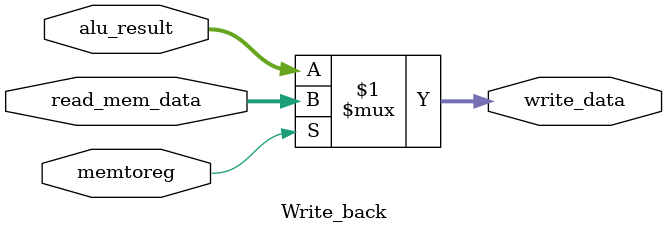
<source format=v>
`timescale 1ns / 1ps


module Write_back(
input memtoreg,
input [31:0] read_mem_data,
input [31:0] alu_result,

output [31:0] write_data
);

assign write_data = memtoreg ? read_mem_data : alu_result;

endmodule

</source>
